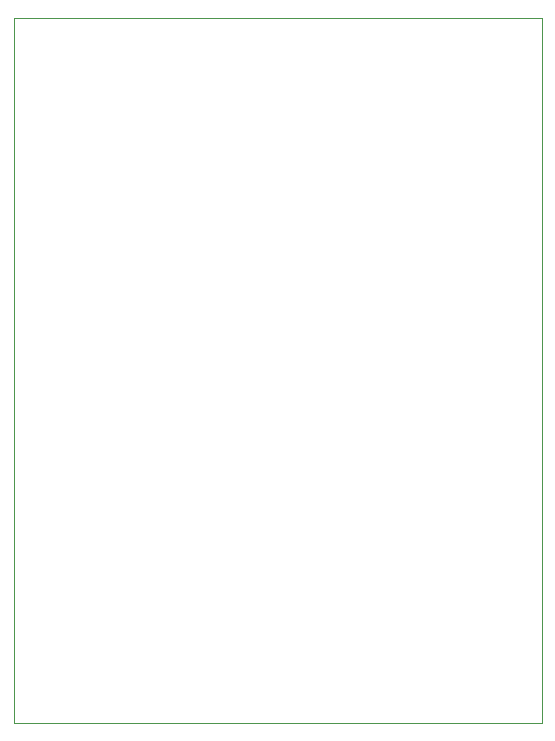
<source format=gbr>
%TF.GenerationSoftware,KiCad,Pcbnew,(5.1.10)-1*%
%TF.CreationDate,2022-01-17T18:11:01+07:00*%
%TF.ProjectId,CC2640R2F Module,43433236-3430-4523-9246-204d6f64756c,rev?*%
%TF.SameCoordinates,Original*%
%TF.FileFunction,Profile,NP*%
%FSLAX46Y46*%
G04 Gerber Fmt 4.6, Leading zero omitted, Abs format (unit mm)*
G04 Created by KiCad (PCBNEW (5.1.10)-1) date 2022-01-17 18:11:01*
%MOMM*%
%LPD*%
G01*
G04 APERTURE LIST*
%TA.AperFunction,Profile*%
%ADD10C,0.050000*%
%TD*%
G04 APERTURE END LIST*
D10*
X148336000Y-11684000D02*
X103632000Y-11684000D01*
X148336000Y-71374000D02*
X148336000Y-11684000D01*
X126492000Y-71374000D02*
X148336000Y-71374000D01*
X103632000Y-71374000D02*
X126492000Y-71374000D01*
X103632000Y-11684000D02*
X103632000Y-71374000D01*
M02*

</source>
